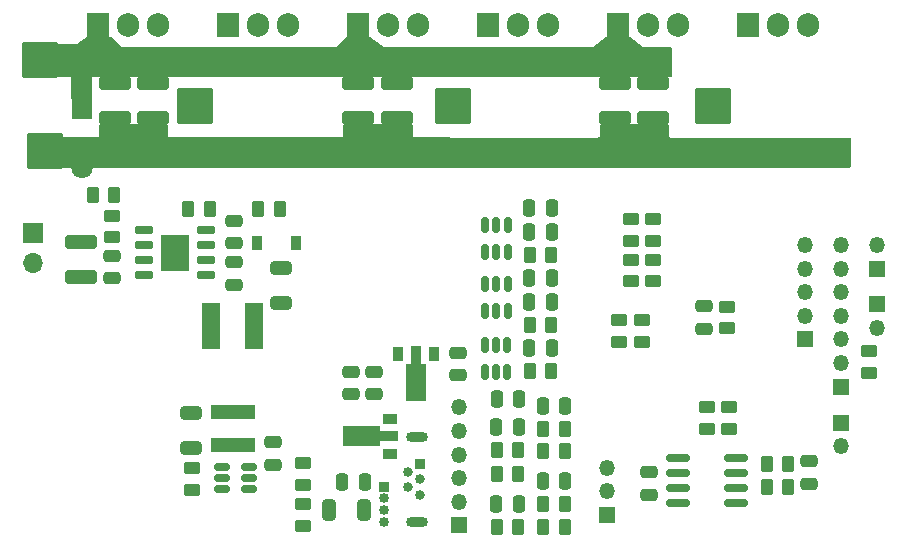
<source format=gbs>
G04 #@! TF.GenerationSoftware,KiCad,Pcbnew,(6.0.7-1)-1*
G04 #@! TF.CreationDate,2022-08-22T21:17:03+02:00*
G04 #@! TF.ProjectId,FROST-ESC,46524f53-542d-4455-9343-2e6b69636164,rev?*
G04 #@! TF.SameCoordinates,Original*
G04 #@! TF.FileFunction,Soldermask,Bot*
G04 #@! TF.FilePolarity,Negative*
%FSLAX46Y46*%
G04 Gerber Fmt 4.6, Leading zero omitted, Abs format (unit mm)*
G04 Created by KiCad (PCBNEW (6.0.7-1)-1) date 2022-08-22 21:17:03*
%MOMM*%
%LPD*%
G01*
G04 APERTURE LIST*
G04 Aperture macros list*
%AMRoundRect*
0 Rectangle with rounded corners*
0 $1 Rounding radius*
0 $2 $3 $4 $5 $6 $7 $8 $9 X,Y pos of 4 corners*
0 Add a 4 corners polygon primitive as box body*
4,1,4,$2,$3,$4,$5,$6,$7,$8,$9,$2,$3,0*
0 Add four circle primitives for the rounded corners*
1,1,$1+$1,$2,$3*
1,1,$1+$1,$4,$5*
1,1,$1+$1,$6,$7*
1,1,$1+$1,$8,$9*
0 Add four rect primitives between the rounded corners*
20,1,$1+$1,$2,$3,$4,$5,0*
20,1,$1+$1,$4,$5,$6,$7,0*
20,1,$1+$1,$6,$7,$8,$9,0*
20,1,$1+$1,$8,$9,$2,$3,0*%
%AMFreePoly0*
4,1,9,3.862500,-0.866500,0.737500,-0.866500,0.737500,-0.450000,-0.737500,-0.450000,-0.737500,0.450000,0.737500,0.450000,0.737500,0.866500,3.862500,0.866500,3.862500,-0.866500,3.862500,-0.866500,$1*%
G04 Aperture macros list end*
%ADD10R,0.850000X0.850000*%
%ADD11O,0.850000X0.850000*%
%ADD12R,1.700000X1.700000*%
%ADD13O,1.700000X1.700000*%
%ADD14R,1.300000X0.900000*%
%ADD15FreePoly0,180.000000*%
%ADD16R,1.350000X1.350000*%
%ADD17O,1.350000X1.350000*%
%ADD18R,1.905000X2.000000*%
%ADD19O,1.905000X2.000000*%
%ADD20RoundRect,0.249999X-1.300001X-1.300001X1.300001X-1.300001X1.300001X1.300001X-1.300001X1.300001X0*%
%ADD21R,0.840000X0.840000*%
%ADD22C,0.840000*%
%ADD23O,1.850000X0.850000*%
%ADD24R,1.800000X1.800000*%
%ADD25C,1.800000*%
%ADD26RoundRect,0.250000X-0.450000X0.262500X-0.450000X-0.262500X0.450000X-0.262500X0.450000X0.262500X0*%
%ADD27RoundRect,0.150000X-0.825000X-0.150000X0.825000X-0.150000X0.825000X0.150000X-0.825000X0.150000X0*%
%ADD28RoundRect,0.150000X0.150000X-0.512500X0.150000X0.512500X-0.150000X0.512500X-0.150000X-0.512500X0*%
%ADD29RoundRect,0.250000X-0.262500X-0.450000X0.262500X-0.450000X0.262500X0.450000X-0.262500X0.450000X0*%
%ADD30RoundRect,0.250000X0.475000X-0.250000X0.475000X0.250000X-0.475000X0.250000X-0.475000X-0.250000X0*%
%ADD31RoundRect,0.250000X-1.100000X0.325000X-1.100000X-0.325000X1.100000X-0.325000X1.100000X0.325000X0*%
%ADD32RoundRect,0.250000X-0.250000X-0.475000X0.250000X-0.475000X0.250000X0.475000X-0.250000X0.475000X0*%
%ADD33R,0.900000X1.300000*%
%ADD34FreePoly0,270.000000*%
%ADD35RoundRect,0.250000X0.250000X0.475000X-0.250000X0.475000X-0.250000X-0.475000X0.250000X-0.475000X0*%
%ADD36RoundRect,0.250000X0.262500X0.450000X-0.262500X0.450000X-0.262500X-0.450000X0.262500X-0.450000X0*%
%ADD37RoundRect,0.250000X-0.475000X0.250000X-0.475000X-0.250000X0.475000X-0.250000X0.475000X0.250000X0*%
%ADD38RoundRect,0.250000X0.450000X-0.262500X0.450000X0.262500X-0.450000X0.262500X-0.450000X-0.262500X0*%
%ADD39RoundRect,0.250000X0.650000X-0.325000X0.650000X0.325000X-0.650000X0.325000X-0.650000X-0.325000X0*%
%ADD40R,1.500000X4.000000*%
%ADD41R,3.700000X1.200000*%
%ADD42RoundRect,0.150000X0.512500X0.150000X-0.512500X0.150000X-0.512500X-0.150000X0.512500X-0.150000X0*%
%ADD43RoundRect,0.150000X-0.650000X-0.150000X0.650000X-0.150000X0.650000X0.150000X-0.650000X0.150000X0*%
%ADD44R,2.410000X3.100000*%
%ADD45RoundRect,0.250000X-0.325000X-0.650000X0.325000X-0.650000X0.325000X0.650000X-0.325000X0.650000X0*%
%ADD46R,0.900000X1.200000*%
G04 APERTURE END LIST*
D10*
X91600000Y-81610000D03*
D11*
X91600000Y-82610000D03*
X91600000Y-83610000D03*
X91600000Y-84610000D03*
D12*
X61920000Y-60170000D03*
D13*
X61920000Y-62710000D03*
D14*
X92150000Y-75850000D03*
D15*
X92062500Y-77350000D03*
D14*
X92150000Y-78850000D03*
D16*
X133350000Y-63150000D03*
D17*
X133350000Y-61150000D03*
D16*
X110550000Y-84000000D03*
D17*
X110550000Y-82000000D03*
X110550000Y-80000000D03*
D16*
X133350000Y-66150000D03*
D17*
X133350000Y-68150000D03*
D16*
X127300000Y-69150000D03*
D17*
X127300000Y-67150000D03*
X127300000Y-65150000D03*
X127300000Y-63150000D03*
X127300000Y-61150000D03*
D18*
X111460000Y-42500000D03*
D19*
X114000000Y-42500000D03*
X116540000Y-42500000D03*
D16*
X130300000Y-73150000D03*
D17*
X130300000Y-71150000D03*
X130300000Y-69150000D03*
X130300000Y-67150000D03*
X130300000Y-65150000D03*
X130300000Y-63150000D03*
X130300000Y-61150000D03*
D16*
X97950000Y-84900000D03*
D17*
X97950000Y-82900000D03*
X97950000Y-80900000D03*
X97950000Y-78900000D03*
X97950000Y-76900000D03*
X97950000Y-74900000D03*
D20*
X62900000Y-53200000D03*
D18*
X100460000Y-42500000D03*
D19*
X103000000Y-42500000D03*
X105540000Y-42500000D03*
D18*
X67460000Y-42500000D03*
D19*
X70000000Y-42500000D03*
X72540000Y-42500000D03*
D18*
X122460000Y-42500000D03*
D19*
X125000000Y-42500000D03*
X127540000Y-42500000D03*
D17*
X130300000Y-78200000D03*
D16*
X130300000Y-76200000D03*
D20*
X119500000Y-49400000D03*
D18*
X89460000Y-42500000D03*
D19*
X92000000Y-42500000D03*
X94540000Y-42500000D03*
D18*
X78460000Y-42500000D03*
D19*
X81000000Y-42500000D03*
X83540000Y-42500000D03*
D21*
X94670000Y-79700000D03*
D22*
X93670000Y-80350000D03*
X94670000Y-81000000D03*
X93670000Y-81650000D03*
X94670000Y-82300000D03*
D23*
X94450000Y-77425000D03*
X94450000Y-84575000D03*
D20*
X62500000Y-45500000D03*
D24*
X66050000Y-49600000D03*
D25*
X66050000Y-54600000D03*
D20*
X97500000Y-49400000D03*
X75650000Y-49400000D03*
D26*
X112550000Y-58987500D03*
X112550000Y-60812500D03*
D27*
X116525000Y-83005000D03*
X116525000Y-81735000D03*
X116525000Y-80465000D03*
X116525000Y-79195000D03*
X121475000Y-79195000D03*
X121475000Y-80465000D03*
X121475000Y-81735000D03*
X121475000Y-83005000D03*
D28*
X102100000Y-66737500D03*
X101150000Y-66737500D03*
X100200000Y-66737500D03*
X100200000Y-64462500D03*
X101150000Y-64462500D03*
X102100000Y-64462500D03*
D29*
X124037500Y-81650000D03*
X125862500Y-81650000D03*
D30*
X90800000Y-73800000D03*
X90800000Y-71900000D03*
D31*
X89450000Y-47425000D03*
X89450000Y-50375000D03*
D32*
X105100000Y-74750000D03*
X107000000Y-74750000D03*
D33*
X92850000Y-70400000D03*
D34*
X94350000Y-70487500D03*
D33*
X95850000Y-70400000D03*
D32*
X101150000Y-76600000D03*
X103050000Y-76600000D03*
D35*
X103100000Y-74200000D03*
X101200000Y-74200000D03*
D26*
X113450000Y-67537500D03*
X113450000Y-69362500D03*
D36*
X103012500Y-78550000D03*
X101187500Y-78550000D03*
D28*
X102050000Y-71887500D03*
X101100000Y-71887500D03*
X100150000Y-71887500D03*
X100150000Y-69612500D03*
X101100000Y-69612500D03*
X102050000Y-69612500D03*
D26*
X114450000Y-62387500D03*
X114450000Y-64212500D03*
D37*
X97900000Y-70300000D03*
X97900000Y-72200000D03*
D31*
X68850000Y-47425000D03*
X68850000Y-50375000D03*
X111200000Y-47425000D03*
X111200000Y-50375000D03*
D38*
X68600000Y-60512500D03*
X68600000Y-58687500D03*
D31*
X72050000Y-47425000D03*
X72050000Y-50375000D03*
D30*
X78900000Y-61000000D03*
X78900000Y-59100000D03*
D39*
X75300000Y-75375000D03*
X75300000Y-78325000D03*
D31*
X114400000Y-47425000D03*
X114400000Y-50375000D03*
D29*
X105137500Y-78600000D03*
X106962500Y-78600000D03*
X103987500Y-71800000D03*
X105812500Y-71800000D03*
D26*
X84750000Y-79637500D03*
X84750000Y-81462500D03*
D40*
X77000000Y-68050000D03*
X80600000Y-68050000D03*
D36*
X106962500Y-83100000D03*
X105137500Y-83100000D03*
X82812500Y-58100000D03*
X80987500Y-58100000D03*
D29*
X103987500Y-62000000D03*
X105812500Y-62000000D03*
D32*
X88100000Y-81250000D03*
X90000000Y-81250000D03*
D39*
X82950000Y-66025000D03*
X82950000Y-63075000D03*
D26*
X118950000Y-74887500D03*
X118950000Y-76712500D03*
D37*
X127650000Y-79450000D03*
X127650000Y-81350000D03*
D26*
X120850000Y-74887500D03*
X120850000Y-76712500D03*
D29*
X66987500Y-56950000D03*
X68812500Y-56950000D03*
X101187500Y-85000000D03*
X103012500Y-85000000D03*
D37*
X118700000Y-66350000D03*
X118700000Y-68250000D03*
D36*
X76862500Y-58100000D03*
X75037500Y-58100000D03*
D41*
X78850000Y-78050000D03*
X78850000Y-75250000D03*
D30*
X82200000Y-79750000D03*
X82200000Y-77850000D03*
D35*
X105850000Y-65950000D03*
X103950000Y-65950000D03*
D26*
X114450000Y-58987500D03*
X114450000Y-60812500D03*
D42*
X80187500Y-79950000D03*
X80187500Y-80900000D03*
X80187500Y-81850000D03*
X77912500Y-81850000D03*
X77912500Y-80900000D03*
X77912500Y-79950000D03*
D28*
X102100000Y-61737500D03*
X101150000Y-61737500D03*
X100200000Y-61737500D03*
X100200000Y-59462500D03*
X101150000Y-59462500D03*
X102100000Y-59462500D03*
D43*
X71300000Y-63705000D03*
X71300000Y-62435000D03*
X71300000Y-61165000D03*
X71300000Y-59895000D03*
X76600000Y-59895000D03*
X76600000Y-61165000D03*
X76600000Y-62435000D03*
X76600000Y-63705000D03*
D44*
X73950000Y-61800000D03*
D32*
X103950000Y-58050000D03*
X105850000Y-58050000D03*
D30*
X88800000Y-71900000D03*
X88800000Y-73800000D03*
D31*
X92700000Y-47425000D03*
X92700000Y-50375000D03*
D37*
X114100000Y-80400000D03*
X114100000Y-82300000D03*
D26*
X120650000Y-66387500D03*
X120650000Y-68212500D03*
X111500000Y-67537500D03*
X111500000Y-69362500D03*
X75400000Y-80037500D03*
X75400000Y-81862500D03*
D29*
X103987500Y-67900000D03*
X105812500Y-67900000D03*
D36*
X125862500Y-79700000D03*
X124037500Y-79700000D03*
D31*
X65950000Y-60925000D03*
X65950000Y-63875000D03*
D45*
X86975000Y-83550000D03*
X89925000Y-83550000D03*
D46*
X80900000Y-60950000D03*
X84200000Y-60950000D03*
D37*
X68600000Y-62050000D03*
X68600000Y-63950000D03*
D32*
X105100000Y-81150000D03*
X107000000Y-81150000D03*
D35*
X105850000Y-60050000D03*
X103950000Y-60050000D03*
D37*
X78900000Y-62600000D03*
X78900000Y-64500000D03*
D26*
X84750000Y-83087500D03*
X84750000Y-84912500D03*
D35*
X103050000Y-83050000D03*
X101150000Y-83050000D03*
D32*
X103950000Y-63950000D03*
X105850000Y-63950000D03*
D29*
X105137500Y-85000000D03*
X106962500Y-85000000D03*
D32*
X103950000Y-69850000D03*
X105850000Y-69850000D03*
D36*
X106962500Y-76700000D03*
X105137500Y-76700000D03*
D26*
X132700000Y-70137500D03*
X132700000Y-71962500D03*
X112550000Y-62387500D03*
X112550000Y-64212500D03*
D29*
X101187500Y-80500000D03*
X103012500Y-80500000D03*
G36*
X115692121Y-50920002D02*
G01*
X115738614Y-50973658D01*
X115750000Y-51026000D01*
X115750000Y-52020985D01*
X115754475Y-52036224D01*
X115755884Y-52037445D01*
X115763524Y-52039110D01*
X115859901Y-52039183D01*
X115928007Y-52059237D01*
X115974459Y-52112927D01*
X115984510Y-52183209D01*
X115967873Y-52229971D01*
X115964370Y-52235814D01*
X115957511Y-52246079D01*
X115950033Y-52256163D01*
X115942179Y-52265733D01*
X115933756Y-52275025D01*
X115925025Y-52283756D01*
X115915733Y-52292179D01*
X115906163Y-52300033D01*
X115896079Y-52307511D01*
X115885810Y-52314373D01*
X115875052Y-52320822D01*
X115864141Y-52326654D01*
X115852798Y-52332019D01*
X115841371Y-52336752D01*
X115829565Y-52340976D01*
X115817733Y-52344565D01*
X115805552Y-52347616D01*
X115793426Y-52350028D01*
X115781015Y-52351869D01*
X115768709Y-52353081D01*
X115753094Y-52353848D01*
X115746912Y-52354000D01*
X109903088Y-52354000D01*
X109896906Y-52353848D01*
X109881291Y-52353081D01*
X109868985Y-52351869D01*
X109856574Y-52350028D01*
X109844448Y-52347616D01*
X109832267Y-52344565D01*
X109820435Y-52340976D01*
X109808629Y-52336752D01*
X109797202Y-52332019D01*
X109785859Y-52326654D01*
X109774948Y-52320822D01*
X109764190Y-52314373D01*
X109753921Y-52307511D01*
X109743837Y-52300033D01*
X109734267Y-52292179D01*
X109724975Y-52283756D01*
X109716244Y-52275025D01*
X109707821Y-52265733D01*
X109699967Y-52256163D01*
X109692489Y-52246079D01*
X109685623Y-52235802D01*
X109679380Y-52225386D01*
X109661515Y-52156674D01*
X109683636Y-52089211D01*
X109738718Y-52044417D01*
X109787549Y-52034610D01*
X109881883Y-52034681D01*
X109897127Y-52030218D01*
X109898318Y-52028845D01*
X109900000Y-52021126D01*
X109900000Y-51026000D01*
X109920002Y-50957879D01*
X109973658Y-50911386D01*
X110026000Y-50900000D01*
X115624000Y-50900000D01*
X115692121Y-50920002D01*
G37*
G36*
X73292121Y-50920002D02*
G01*
X73338614Y-50973658D01*
X73350000Y-51026000D01*
X73350000Y-51989057D01*
X73354475Y-52004296D01*
X73355884Y-52005517D01*
X73363524Y-52007182D01*
X73478094Y-52007268D01*
X73546200Y-52027321D01*
X73592653Y-52081012D01*
X73604000Y-52133268D01*
X73604000Y-52146912D01*
X73603848Y-52153094D01*
X73603081Y-52168709D01*
X73601869Y-52181015D01*
X73600028Y-52193426D01*
X73597616Y-52205552D01*
X73594565Y-52217733D01*
X73590976Y-52229565D01*
X73586752Y-52241371D01*
X73582019Y-52252798D01*
X73576654Y-52264141D01*
X73570822Y-52275052D01*
X73564373Y-52285810D01*
X73557511Y-52296079D01*
X73550033Y-52306163D01*
X73542179Y-52315733D01*
X73533756Y-52325025D01*
X73525025Y-52333756D01*
X73515733Y-52342179D01*
X73506163Y-52350033D01*
X73496079Y-52357511D01*
X73485810Y-52364373D01*
X73475052Y-52370822D01*
X73464141Y-52376654D01*
X73452798Y-52382019D01*
X73441371Y-52386752D01*
X73429565Y-52390976D01*
X73417733Y-52394565D01*
X73405552Y-52397616D01*
X73393426Y-52400028D01*
X73381015Y-52401869D01*
X73368709Y-52403081D01*
X73353094Y-52403848D01*
X73346912Y-52404000D01*
X67503088Y-52404000D01*
X67496906Y-52403848D01*
X67481291Y-52403081D01*
X67468985Y-52401869D01*
X67456574Y-52400028D01*
X67444448Y-52397616D01*
X67432267Y-52394565D01*
X67420435Y-52390976D01*
X67408629Y-52386752D01*
X67397202Y-52382019D01*
X67385859Y-52376654D01*
X67374948Y-52370822D01*
X67364190Y-52364373D01*
X67353921Y-52357511D01*
X67343837Y-52350033D01*
X67334267Y-52342179D01*
X67324975Y-52333756D01*
X67316244Y-52325025D01*
X67307821Y-52315733D01*
X67299967Y-52306163D01*
X67292489Y-52296079D01*
X67285627Y-52285810D01*
X67279178Y-52275052D01*
X67273346Y-52264141D01*
X67267981Y-52252798D01*
X67263248Y-52241371D01*
X67259024Y-52229565D01*
X67255435Y-52217733D01*
X67252384Y-52205552D01*
X67249972Y-52193426D01*
X67248131Y-52181015D01*
X67246919Y-52168709D01*
X67246152Y-52153094D01*
X67246000Y-52146912D01*
X67246000Y-52128670D01*
X67266002Y-52060549D01*
X67319658Y-52014056D01*
X67372095Y-52002670D01*
X67481882Y-52002752D01*
X67497127Y-51998289D01*
X67498318Y-51996916D01*
X67500000Y-51989197D01*
X67500000Y-51026000D01*
X67520002Y-50957879D01*
X67573658Y-50911386D01*
X67626000Y-50900000D01*
X73224000Y-50900000D01*
X73292121Y-50920002D01*
G37*
G36*
X68469770Y-43520002D02*
G01*
X68485939Y-43532345D01*
X69436534Y-44387881D01*
X69461803Y-44400000D01*
X87531885Y-44400000D01*
X87557530Y-44392470D01*
X88413095Y-43536905D01*
X88475407Y-43502879D01*
X88502190Y-43500000D01*
X90408000Y-43500000D01*
X90476121Y-43520002D01*
X90483600Y-43525200D01*
X91635507Y-44389130D01*
X91664570Y-44400000D01*
X109331885Y-44400000D01*
X109360878Y-44391487D01*
X110465789Y-43526774D01*
X110531762Y-43500543D01*
X110543444Y-43500000D01*
X112356556Y-43500000D01*
X112424677Y-43520002D01*
X112434211Y-43526774D01*
X113535733Y-44388835D01*
X113563815Y-44400000D01*
X115874000Y-44400000D01*
X115942121Y-44420002D01*
X115988614Y-44473658D01*
X116000000Y-44526000D01*
X116000000Y-46774000D01*
X115979998Y-46842121D01*
X115926342Y-46888614D01*
X115874000Y-46900000D01*
X66918115Y-46900000D01*
X66902876Y-46904475D01*
X66901671Y-46905865D01*
X66900000Y-46913548D01*
X66900000Y-48674000D01*
X66879998Y-48742121D01*
X66826342Y-48788614D01*
X66774000Y-48800000D01*
X65276000Y-48800000D01*
X65207879Y-48779998D01*
X65161386Y-48726342D01*
X65150000Y-48674000D01*
X65150000Y-46968115D01*
X65145525Y-46952876D01*
X65144135Y-46951671D01*
X65136452Y-46950000D01*
X63526000Y-46950000D01*
X63457879Y-46929998D01*
X63411386Y-46876342D01*
X63400000Y-46824000D01*
X63400000Y-44226000D01*
X63420002Y-44157879D01*
X63473658Y-44111386D01*
X63526000Y-44100000D01*
X65731885Y-44100000D01*
X65761655Y-44091259D01*
X66516400Y-43525200D01*
X66582898Y-43500329D01*
X66592000Y-43500000D01*
X68401649Y-43500000D01*
X68469770Y-43520002D01*
G37*
G36*
X93992121Y-50920002D02*
G01*
X94038614Y-50973658D01*
X94050000Y-51026000D01*
X94050000Y-52004645D01*
X94054475Y-52019884D01*
X94055884Y-52021105D01*
X94063524Y-52022770D01*
X94168239Y-52022849D01*
X94236345Y-52042902D01*
X94282797Y-52096593D01*
X94292848Y-52166875D01*
X94286874Y-52191029D01*
X94286847Y-52191105D01*
X94282019Y-52202798D01*
X94276654Y-52214141D01*
X94270822Y-52225052D01*
X94264373Y-52235810D01*
X94257511Y-52246079D01*
X94250033Y-52256163D01*
X94242179Y-52265733D01*
X94233756Y-52275025D01*
X94225025Y-52283756D01*
X94215733Y-52292179D01*
X94206163Y-52300033D01*
X94196079Y-52307511D01*
X94185810Y-52314373D01*
X94175052Y-52320822D01*
X94164141Y-52326654D01*
X94152798Y-52332019D01*
X94141371Y-52336752D01*
X94129565Y-52340976D01*
X94117733Y-52344565D01*
X94105552Y-52347616D01*
X94093426Y-52350028D01*
X94081015Y-52351869D01*
X94068709Y-52353081D01*
X94053094Y-52353848D01*
X94046912Y-52354000D01*
X88203088Y-52354000D01*
X88196906Y-52353848D01*
X88181291Y-52353081D01*
X88168985Y-52351869D01*
X88156574Y-52350028D01*
X88144448Y-52347616D01*
X88132267Y-52344565D01*
X88120435Y-52340976D01*
X88108629Y-52336752D01*
X88097202Y-52332019D01*
X88085859Y-52326654D01*
X88074948Y-52320822D01*
X88064190Y-52314373D01*
X88053921Y-52307511D01*
X88043837Y-52300033D01*
X88034267Y-52292179D01*
X88024975Y-52283756D01*
X88016244Y-52275025D01*
X88007821Y-52265733D01*
X87999967Y-52256163D01*
X87992489Y-52246079D01*
X87985627Y-52235810D01*
X87979178Y-52225052D01*
X87973346Y-52214141D01*
X87967981Y-52202798D01*
X87963243Y-52191357D01*
X87961576Y-52186696D01*
X87957469Y-52115818D01*
X87992334Y-52053972D01*
X88055101Y-52020792D01*
X88080311Y-52018264D01*
X88181882Y-52018340D01*
X88197127Y-52013877D01*
X88198318Y-52012504D01*
X88200000Y-52004785D01*
X88200000Y-51026000D01*
X88220002Y-50957879D01*
X88273658Y-50911386D01*
X88326000Y-50900000D01*
X93924000Y-50900000D01*
X93992121Y-50920002D01*
G37*
G36*
X131022387Y-52050601D02*
G01*
X131090493Y-52070654D01*
X131136945Y-52124345D01*
X131148292Y-52176624D01*
X131147865Y-54474355D01*
X131127850Y-54542472D01*
X131074186Y-54588955D01*
X131021864Y-54600332D01*
X63926577Y-54599619D01*
X63858456Y-54579616D01*
X63811964Y-54525960D01*
X63800578Y-54473596D01*
X63801005Y-52126053D01*
X63821019Y-52057936D01*
X63874684Y-52011453D01*
X63927100Y-52000076D01*
X131022387Y-52050601D01*
G37*
M02*

</source>
